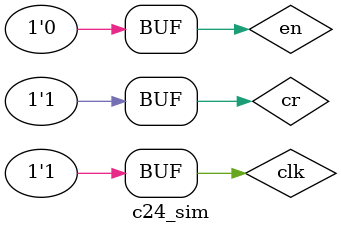
<source format=v>
`timescale 1ns / 1ps


module c24_sim;
    //Inputs
    reg clk;
    reg en;
    reg cr;
    
    //Outputs
    wire [3:0] bcd_u;
    wire [3:0] bcd_t;
    
    // Instantiate the Unit Under Test (UUT)
    c24 utt(
        .clk(clk),
        .en(en),
        .cr(cr),
        .bcd_u(bcd_u),
        .bcd_t(bcd_t)
        );
    parameter PERIOD =10;
	always begin
	clk=1'b0;
	#(PERIOD/2)clk=1'b1;
	#(PERIOD/2);
	end
	initial begin
		// Initialize Inputs
		clk = 0;
		cr = 0;
		en = 0;
		
		// Wait 100 ns for global reset to finish
		#100;
		cr=0;
		en=1;
		#100;
		cr=1;//Õý³£¼ÆÊý
      #100000;
		en=0;
        
		// Add stimulus here
    end 
        
endmodule

</source>
